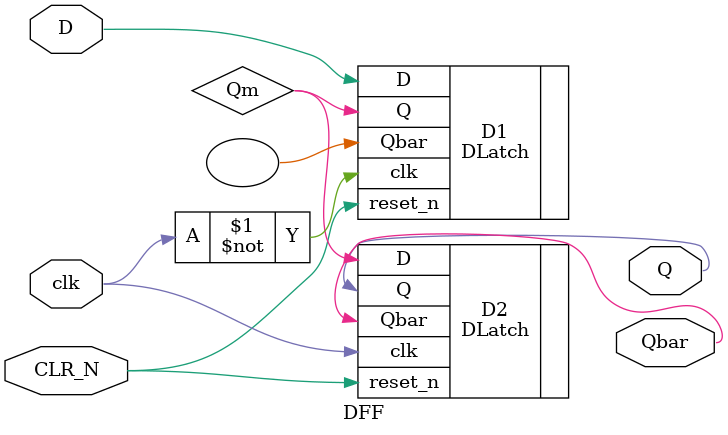
<source format=sv>
`timescale 1ns / 1ps

module DFF (input logic D, input logic clk, input logic CLR_N, output logic Q, output logic Qbar);
 
wire Qm;
DLatch D1(
.D(D),
.clk(~clk),
.reset_n(CLR_N),
 .Q(Qm),
.Qbar()
    );
   

DLatch D2(
.D(Qm),
.clk(clk),
.reset_n(CLR_N),
 .Q(Q),
.Qbar(Qbar)
    );
    endmodule

</source>
